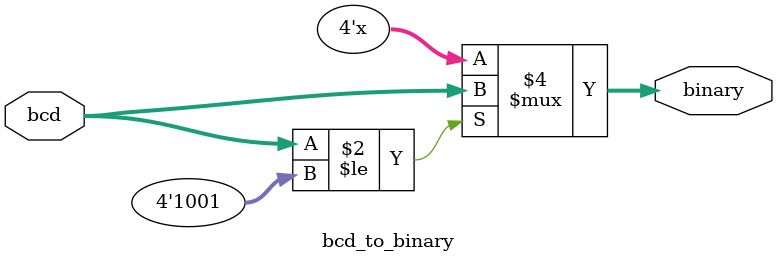
<source format=v>
module bcd_to_binary(
    input [3:0] bcd,
    output reg [3:0] binary
);

    always @(*) begin
        if (bcd<= 4'd9)
            binary = bcd;
        else 
            binary = 4'bxxxx;
    end

endmodule
</source>
